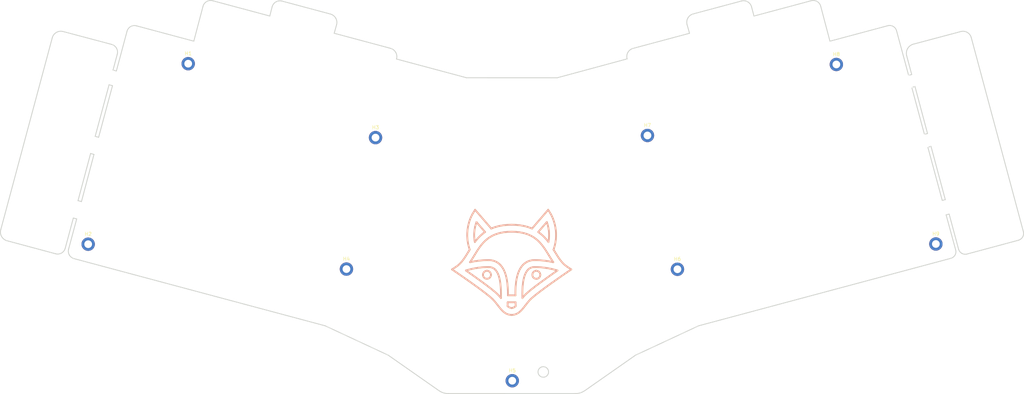
<source format=kicad_pcb>
(kicad_pcb (version 20211014) (generator pcbnew)
  (layers (0 "F.Cu" signal) (31 "B.Cu" signal) (34 "B.Paste" user) (35 "F.Paste" user) (36 "B.SilkS" user "B.Silkscreen") (37 "F.SilkS" user "F.Silkscreen") (38 "B.Mask" user) (39 "F.Mask" user) (44 "Edge.Cuts" user))
  (net 0 "")
  (footprint "MountingHole:MountingHole_2.2mm_M2_DIN965_Pad" (layer "F.Cu") (at 187.464082 75.016068)
    (fp_text reference "H7" (at 0 -2.9) (layer "F.SilkS"))
    (fp_text value "MountingHole")
    (pad "1" thru_hole circle locked (at 0 0) (size 3.8 3.8) (drill 2.2) (layers *.Cu *.Mask))
  )
  (footprint "MountingHole:MountingHole_2.2mm_M2_DIN965_Pad" (layer "F.Cu") (at 241.133529 54.815863)
    (fp_text reference "H8" (at 0 -2.9) (layer "F.SilkS"))
    (fp_text value "MountingHole")
    (pad "1" thru_hole circle locked (at 0 0) (size 3.8 3.8) (drill 2.2) (layers *.Cu *.Mask))
  )
  (footprint "MountingHole:MountingHole_2.2mm_M2_DIN965_Pad" (layer "F.Cu") (at 195.983761 113.076292)
    (fp_text reference "H6" (at 0 -2.9) (layer "F.SilkS"))
    (fp_text value "MountingHole")
    (pad "1" thru_hole circle locked (at 0 0) (size 3.8 3.8) (drill 2.2) (layers *.Cu *.Mask))
  )
  (footprint "MountingHole:MountingHole_2.2mm_M2_DIN965_Pad" (layer "F.Cu") (at 269.403656 105.886049)
    (fp_text reference "H9" (at 0 -2.9) (layer "F.SilkS"))
    (fp_text value "MountingHole")
    (pad "1" thru_hole circle locked (at 0 0) (size 3.8 3.8) (drill 2.2) (layers *.Cu *.Mask))
  )
  (footprint "fingerpunch:Breakaway_Tabs" (layer "F.Cu") (at 30.81 77.95 75)
    (fp_text reference "H10")
    (fp_text value "Breakaway Tabs")
    (pad "" np_thru_hole circle (at -1.78125 0 75) (size 0.3 0.3) (drill 0.3) (layers *.Cu *.Mask))
    (pad "" np_thru_hole circle (at -0.59375 0 75) (size 0.3 0.3) (drill 0.3) (layers *.Cu *.Mask))
    (pad "" np_thru_hole circle (at 0.59375 0 75) (size 0.3 0.3) (drill 0.3) (layers *.Cu *.Mask))
    (pad "" np_thru_hole circle (at 0 0 75) (size 0.3 0.3) (drill 0.3) (layers *.Cu *.Mask))
    (pad "" np_thru_hole circle (at 1.1875 0 75) (size 0.3 0.3) (drill 0.3) (layers *.Cu *.Mask))
    (pad "" np_thru_hole circle (at 1.78125 0 75) (size 0.3 0.3) (drill 0.3) (layers *.Cu *.Mask))
    (pad "" np_thru_hole circle (at -1.1875 0 75) (size 0.3 0.3) (drill 0.3) (layers *.Cu *.Mask))
  )
  (footprint "fingerpunch:Breakaway_Tabs" (layer "F.Cu") (at 25.98 96.21 75)
    (fp_text reference "H10")
    (fp_text value "Breakaway Tabs")
    (pad "" np_thru_hole circle (at -1.78125 0 75) (size 0.3 0.3) (drill 0.3) (layers *.Cu *.Mask))
    (pad "" np_thru_hole circle (at -0.59375 0 75) (size 0.3 0.3) (drill 0.3) (layers *.Cu *.Mask))
    (pad "" np_thru_hole circle (at 0.59375 0 75) (size 0.3 0.3) (drill 0.3) (layers *.Cu *.Mask))
    (pad "" np_thru_hole circle (at 0 0 75) (size 0.3 0.3) (drill 0.3) (layers *.Cu *.Mask))
    (pad "" np_thru_hole circle (at 1.1875 0 75) (size 0.3 0.3) (drill 0.3) (layers *.Cu *.Mask))
    (pad "" np_thru_hole circle (at 1.78125 0 75) (size 0.3 0.3) (drill 0.3) (layers *.Cu *.Mask))
    (pad "" np_thru_hole circle (at -1.1875 0 75) (size 0.3 0.3) (drill 0.3) (layers *.Cu *.Mask))
  )
  (footprint "fingerpunch:Breakaway_Tabs" (layer "F.Cu") (at 266.67 76.48 105)
    (fp_text reference "H10")
    (fp_text value "Breakaway Tabs")
    (pad "" np_thru_hole circle (at -1.78125 0 105) (size 0.3 0.3) (drill 0.3) (layers *.Cu *.Mask))
    (pad "" np_thru_hole circle (at -0.59375 0 105) (size 0.3 0.3) (drill 0.3) (layers *.Cu *.Mask))
    (pad "" np_thru_hole circle (at 0.59375 0 105) (size 0.3 0.3) (drill 0.3) (layers *.Cu *.Mask))
    (pad "" np_thru_hole circle (at 0 0 105) (size 0.3 0.3) (drill 0.3) (layers *.Cu *.Mask))
    (pad "" np_thru_hole circle (at 1.1875 0 105) (size 0.3 0.3) (drill 0.3) (layers *.Cu *.Mask))
    (pad "" np_thru_hole circle (at 1.78125 0 105) (size 0.3 0.3) (drill 0.3) (layers *.Cu *.Mask))
    (pad "" np_thru_hole circle (at -1.1875 0 105) (size 0.3 0.3) (drill 0.3) (layers *.Cu *.Mask))
  )
  (footprint "fingerpunch:Breakaway_Tabs" (layer "F.Cu") (at 35.95 58.74 75)
    (fp_text reference "H10")
    (fp_text value "Breakaway Tabs")
    (pad "" np_thru_hole circle (at -1.78125 0 75) (size 0.3 0.3) (drill 0.3) (layers *.Cu *.Mask))
    (pad "" np_thru_hole circle (at -0.59375 0 75) (size 0.3 0.3) (drill 0.3) (layers *.Cu *.Mask))
    (pad "" np_thru_hole circle (at 0.59375 0 75) (size 0.3 0.3) (drill 0.3) (layers *.Cu *.Mask))
    (pad "" np_thru_hole circle (at 0 0 75) (size 0.3 0.3) (drill 0.3) (layers *.Cu *.Mask))
    (pad "" np_thru_hole circle (at 1.1875 0 75) (size 0.3 0.3) (drill 0.3) (layers *.Cu *.Mask))
    (pad "" np_thru_hole circle (at 1.78125 0 75) (size 0.3 0.3) (drill 0.3) (layers *.Cu *.Mask))
    (pad "" np_thru_hole circle (at -1.1875 0 75) (size 0.3 0.3) (drill 0.3) (layers *.Cu *.Mask))
  )
  (footprint "MountingHole:MountingHole_2.2mm_M2_DIN965_Pad" (layer "F.Cu") (at 28.564098 105.945769)
    (fp_text reference "H2" (at 0 -2.9) (layer "F.SilkS"))
    (fp_text value "MountingHole")
    (pad "1" thru_hole circle locked (at 0 0) (size 3.8 3.8) (drill 2.2) (layers *.Cu *.Mask))
  )
  (footprint "MountingHole:MountingHole_2.2mm_M2_DIN965_Pad" (layer "F.Cu") (at 101.943452 113.025599)
    (fp_text reference "H4" (at 0 -2.9) (layer "F.SilkS"))
    (fp_text value "MountingHole")
    (pad "1" thru_hole circle locked (at 0 0) (size 3.8 3.8) (drill 2.2) (layers *.Cu *.Mask))
  )
  (footprint "fingerpunch:Breakaway_Tabs" (layer "F.Cu") (at 271.8 95.57 105)
    (fp_text reference "H10")
    (fp_text value "Breakaway Tabs")
    (pad "" np_thru_hole circle (at -1.78125 0 105) (size 0.3 0.3) (drill 0.3) (layers *.Cu *.Mask))
    (pad "" np_thru_hole circle (at -0.59375 0 105) (size 0.3 0.3) (drill 0.3) (layers *.Cu *.Mask))
    (pad "" np_thru_hole circle (at 0.59375 0 105) (size 0.3 0.3) (drill 0.3) (layers *.Cu *.Mask))
    (pad "" np_thru_hole circle (at 0 0 105) (size 0.3 0.3) (drill 0.3) (layers *.Cu *.Mask))
    (pad "" np_thru_hole circle (at 1.1875 0 105) (size 0.3 0.3) (drill 0.3) (layers *.Cu *.Mask))
    (pad "" np_thru_hole circle (at 1.78125 0 105) (size 0.3 0.3) (drill 0.3) (layers *.Cu *.Mask))
    (pad "" np_thru_hole circle (at -1.1875 0 105) (size 0.3 0.3) (drill 0.3) (layers *.Cu *.Mask))
  )
  (footprint "MountingHole:MountingHole_2.2mm_M2_DIN965_Pad" (layer "F.Cu") (at 110.203672 75.625791)
    (fp_text reference "H3" (at 0 -2.9) (layer "F.SilkS"))
    (fp_text value "MountingHole")
    (pad "1" thru_hole circle locked (at 0 0) (size 3.8 3.8) (drill 2.2) (layers *.Cu *.Mask))
  )
  (footprint "MountingHole:MountingHole_2.2mm_M2_DIN965_Pad" (layer "F.Cu") (at 56.984226 54.595587)
    (fp_text reference "H1" (at 0 -2.9) (layer "F.SilkS"))
    (fp_text value "MountingHole")
    (pad "1" thru_hole circle locked (at 0 0) (size 3.8 3.8) (drill 2.2) (layers *.Cu *.Mask))
  )
  (footprint "fingerpunch:Breakaway_Tabs" (layer "F.Cu") (at 262.14 59.62 105)
    (fp_text reference "H10")
    (fp_text value "Breakaway Tabs")
    (pad "" np_thru_hole circle (at -1.78125 0 105) (size 0.3 0.3) (drill 0.3) (layers *.Cu *.Mask))
    (pad "" np_thru_hole circle (at -0.59375 0 105) (size 0.3 0.3) (drill 0.3) (layers *.Cu *.Mask))
    (pad "" np_thru_hole circle (at 0.59375 0 105) (size 0.3 0.3) (drill 0.3) (layers *.Cu *.Mask))
    (pad "" np_thru_hole circle (at 0 0 105) (size 0.3 0.3) (drill 0.3) (layers *.Cu *.Mask))
    (pad "" np_thru_hole circle (at 1.1875 0 105) (size 0.3 0.3) (drill 0.3) (layers *.Cu *.Mask))
    (pad "" np_thru_hole circle (at 1.78125 0 105) (size 0.3 0.3) (drill 0.3) (layers *.Cu *.Mask))
    (pad "" np_thru_hole circle (at -1.1875 0 105) (size 0.3 0.3) (drill 0.3) (layers *.Cu *.Mask))
  )
  (footprint "MountingHole:MountingHole_2.2mm_M2_DIN965_Pad" (layer "F.Cu") (at 149.053529 144.786026)
    (fp_text reference "H5" (at 0 -2.9) (layer "F.SilkS"))
    (fp_text value "MountingHole")
    (pad "1" thru_hole circle locked (at 0 0) (size 3.8 3.8) (drill 2.2) (layers *.Cu *.Mask))
  )
  (gr_line (start 145.819354 121.241488) (end 145.819354 121.241488) (layer "B.SilkS") (width 0.5))
  (gr_curve (pts (xy 140.727779 114.654487) (xy 140.727783 115.287168) (xy 141.234459 115.800073) (xy 141.859205 115.800068)) (layer "B.SilkS") (width 0.5))
  (gr_line (start 165.804923 113.120432) (end 164.57137 112.308559) (layer "B.SilkS") (width 0.5))
  (gr_curve (pts (xy 155.417974 110.462628) (xy 154.085931 110.462626) (xy 152.966872 110.923529) (xy 152.091963 111.83257)) (layer "B.SilkS") (width 0.5))
  (gr_curve (pts (xy 155.884569 115.800071) (xy 156.508456 115.800063) (xy 157.0152 115.287166) (xy 157.015201 114.654482)) (layer "B.SilkS") (width 0.5))
  (gr_line (start 133.171608 112.308496) (end 131.938188 113.120434) (layer "B.SilkS") (width 0.5))
  (gr_curve (pts (xy 161.141908 108.083424) (xy 161.02119 107.885189) (xy 160.899942 107.686356) (xy 160.777439 107.487254)) (layer "B.SilkS") (width 0.5))
  (gr_curve (pts (xy 148.871521 100.418377) (xy 146.651795 100.418386) (xy 144.735817 100.773255) (xy 143.080389 101.496164)) (layer "B.SilkS") (width 0.5))
  (gr_curve (pts (xy 153.51615 113.203506) (xy 154.010919 112.689427) (xy 154.63289 112.439588) (xy 155.417848 112.439596)) (layer "B.SilkS") (width 0.5))
  (gr_line (start 149.932699 120.489732) (end 147.81041 120.489741) (layer "B.SilkS") (width 0.5))
  (gr_line (start 141.859202 113.508904) (end 141.859202 113.508904) (layer "B.SilkS") (width 0.5))
  (gr_curve (pts (xy 147.74949 122.695837) (xy 147.752405 122.620697) (xy 147.75531 122.544089) (xy 147.758221 122.466576)) (layer "B.SilkS") (width 0.5))
  (gr_line (start 156.429413 102.473735) (end 158.861401 99.647187) (layer "B.SilkS") (width 0.5))
  (gr_line (start 131.938188 113.120434) (end 133.158843 113.951353) (layer "B.SilkS") (width 0.5))
  (gr_curve (pts (xy 157.056408 102.937486) (xy 156.852608 102.774824) (xy 156.643525 102.620376) (xy 156.429413 102.473735)) (layer "B.SilkS") (width 0.5))
  (gr_curve (pts (xy 142.3252 110.462623) (xy 140.326341 110.462623) (xy 138.516194 110.731705) (xy 137.050668 111.060119)) (layer "B.SilkS") (width 0.5))
  (gr_curve (pts (xy 154.662657 101.49616) (xy 153.007225 100.77319) (xy 151.091305 100.41838) (xy 148.871521 100.418377)) (layer "B.SilkS") (width 0.5))
  (gr_curve (pts (xy 138.489801 100.998814) (xy 138.60437 100.484662) (xy 138.744728 100.029838) (xy 138.882844 99.648575)) (layer "B.SilkS") (width 0.5))
  (gr_curve (pts (xy 145.819354 121.241488) (xy 145.533075 120.894023) (xy 145.219415 120.537368) (xy 144.866122 120.184072)) (layer "B.SilkS") (width 0.5))
  (gr_curve (pts (xy 160.692511 111.060123) (xy 159.226983 110.731714) (xy 157.416837 110.462624) (xy 155.417974 110.462628)) (layer "B.SilkS") (width 0.5))
  (gr_line (start 138.882844 99.648575) (end 141.313635 102.473854) (layer "B.SilkS") (width 0.5))
  (gr_curve (pts (xy 137.78065 97.31634) (xy 137.663442 97.508098) (xy 135.007026 101.955545) (xy 136.965535 107.487189)) (layer "B.SilkS") (width 0.5))
  (gr_curve (pts (xy 157.015201 114.654482) (xy 157.015198 114.021732) (xy 156.508521 113.508908) (xy 155.884575 113.5089)) (layer "B.SilkS") (width 0.5))
  (gr_curve (pts (xy 155.417848 112.439596) (xy 158.065796 112.439593) (xy 160.383212 112.968103) (xy 161.873877 113.416964)) (layer "B.SilkS") (width 0.5))
  (gr_curve (pts (xy 136.601076 108.083357) (xy 135.572111 109.772659) (xy 134.600164 111.368234) (xy 133.171608 112.308496)) (layer "B.SilkS") (width 0.5))
  (gr_curve (pts (xy 155.823516 104.48284) (xy 157.400239 105.740806) (xy 158.444148 107.454583) (xy 159.453666 109.111864)) (layer "B.SilkS") (width 0.5))
  (gr_curve (pts (xy 140.686701 102.937549) (xy 139.786459 103.655759) (xy 139.055481 104.466364) (xy 138.415258 105.31707)) (layer "B.SilkS") (width 0.5))
  (gr_line (start 155.884575 113.5089) (end 155.884575 113.5089) (layer "B.SilkS") (width 0.5))
  (gr_curve (pts (xy 152.091963 111.83257) (xy 150.182736 113.816084) (xy 149.905907 117.492676) (xy 149.932699 120.489732)) (layer "B.SilkS") (width 0.5))
  (gr_curve (pts (xy 145.651214 111.832572) (xy 144.7763 110.923536) (xy 143.657309 110.462628) (xy 142.3252 110.462623)) (layer "B.SilkS") (width 0.5))
  (gr_curve (pts (xy 158.861401 99.647187) (xy 159.311848 100.891923) (xy 159.784858 102.930005) (xy 159.32514 105.313497)) (layer "B.SilkS") (width 0.5))
  (gr_curve (pts (xy 154.274775 121.582072) (xy 156.173891 119.682953) (xy 164.500263 114.008446) (xy 164.584201 113.951356)) (layer "B.SilkS") (width 0.5))
  (gr_curve (pts (xy 152.733117 123.409146) (xy 153.195674 122.806296) (xy 153.673907 122.182939) (xy 154.274775 121.582072)) (layer "B.SilkS") (width 0.5))
  (gr_curve (pts (xy 148.871523 124.081652) (xy 148.442899 124.081658) (xy 148.092722 123.903857) (xy 147.719858 123.556593)) (layer "B.SilkS") (width 0.5))
  (gr_line (start 159.962329 97.316406) (end 159.254502 96.159178) (layer "B.SilkS") (width 0.5))
  (gr_curve (pts (xy 145.009929 123.409155) (xy 146.0553 124.771626) (xy 147.042721 126.058618) (xy 148.871521 126.058623)) (layer "B.SilkS") (width 0.5))
  (gr_curve (pts (xy 137.050668 111.060119) (xy 137.488352 110.425981) (xy 137.89164 109.765115) (xy 138.289508 109.11186)) (layer "B.SilkS") (width 0.5))
  (gr_curve (pts (xy 147.719858 123.556593) (xy 147.726201 123.30623) (xy 147.737256 123.015514) (xy 147.74949 122.695837)) (layer "B.SilkS") (width 0.5))
  (gr_curve (pts (xy 159.453666 109.111864) (xy 159.851528 109.765058) (xy 160.254824 110.425981) (xy 160.692511 111.060123)) (layer "B.SilkS") (width 0.5))
  (gr_line (start 138.488476 96.159116) (end 137.78065 97.31634) (layer "B.SilkS") (width 0.5))
  (gr_curve (pts (xy 148.87159 102.395214) (xy 151.788753 102.395203) (xy 154.062713 103.078041) (xy 155.823516 104.48284)) (layer "B.SilkS") (width 0.5))
  (gr_curve (pts (xy 154.753145 114.654482) (xy 154.753146 115.287168) (xy 155.25982 115.800063) (xy 155.884569 115.800071)) (layer "B.SilkS") (width 0.5))
  (gr_curve (pts (xy 161.873877 113.416964) (xy 159.297498 115.204757) (xy 154.383324 118.677672) (xy 152.87692 120.184149)) (layer "B.SilkS") (width 0.5))
  (gr_line (start 147.758221 122.466576) (end 149.984893 122.466572) (layer "B.SilkS") (width 0.5))
  (gr_curve (pts (xy 141.313635 102.473854) (xy 141.099523 102.620511) (xy 140.890502 102.774962) (xy 140.686701 102.937549)) (layer "B.SilkS") (width 0.5))
  (gr_curve (pts (xy 142.989831 114.654488) (xy 142.989766 114.021733) (xy 142.483092 113.508902) (xy 141.859202 113.508904)) (layer "B.SilkS") (width 0.5))
  (gr_curve (pts (xy 138.289508 109.11186) (xy 139.299032 107.45451) (xy 140.342947 105.740805) (xy 141.919666 104.482846)) (layer "B.SilkS") (width 0.5))
  (gr_curve (pts (xy 151.923622 121.241556) (xy 151.859659 118.538835) (xy 151.968798 114.811123) (xy 153.51615 113.203506)) (layer "B.SilkS") (width 0.5))
  (gr_curve (pts (xy 135.866859 113.415378) (xy 137.353287 112.966908) (xy 139.666407 112.439526) (xy 142.325137 112.43953)) (layer "B.SilkS") (width 0.5))
  (gr_curve (pts (xy 136.965535 107.487189) (xy 136.843037 107.686291) (xy 136.721788 107.885184) (xy 136.601076 108.083357)) (layer "B.SilkS") (width 0.5))
  (gr_line (start 143.080389 101.496164) (end 138.488476 96.159116) (layer "B.SilkS") (width 0.5))
  (gr_line (start 152.87692 120.184149) (end 152.87692 120.184149) (layer "B.SilkS") (width 0.5))
  (gr_curve (pts (xy 149.984893 122.466572) (xy 149.987798 122.544099) (xy 149.99078 122.620693) (xy 149.993622 122.695831)) (layer "B.SilkS") (width 0.5))
  (gr_curve (pts (xy 149.993622 122.695831) (xy 150.005788 123.015523) (xy 150.016903 123.306231) (xy 150.023254 123.556589)) (layer "B.SilkS") (width 0.5))
  (gr_curve (pts (xy 150.023254 123.556589) (xy 149.650325 123.903785) (xy 149.300149 124.081658) (xy 148.871523 124.081652)) (layer "B.SilkS") (width 0.5))
  (gr_line (start 138.489801 100.998814) (end 138.489801 100.998814) (layer "B.SilkS") (width 0.5))
  (gr_curve (pts (xy 141.859205 115.800068) (xy 142.483094 115.800067) (xy 142.989831 115.28717) (xy 142.989831 114.654488)) (layer "B.SilkS") (width 0.5))
  (gr_curve (pts (xy 160.777439 107.487254) (xy 162.735952 101.955477) (xy 160.079673 97.508167) (xy 159.962329 97.316406)) (layer "B.SilkS") (width 0.5))
  (gr_curve (pts (xy 141.859202 113.508904) (xy 141.234591 113.508904) (xy 140.727786 114.021734) (xy 140.727779 114.654487)) (layer "B.SilkS") (width 0.5))
  (gr_curve (pts (xy 138.415258 105.31707) (xy 138.140025 103.904728) (xy 138.164298 102.459044) (xy 138.489801 100.998814)) (layer "B.SilkS") (width 0.5))
  (gr_curve (pts (xy 133.158843 113.951353) (xy 133.242715 114.008504) (xy 141.569092 119.682959) (xy 143.468269 121.582077)) (layer "B.SilkS") (width 0.5))
  (gr_curve (pts (xy 164.57137 112.308559) (xy 163.142753 111.368297) (xy 162.170937 109.772656) (xy 161.141908 108.083424)) (layer "B.SilkS") (width 0.5))
  (gr_line (start 149.932699 120.489732) (end 149.932699 120.489732) (layer "B.SilkS") (width 0.5))
  (gr_line (start 164.584201 113.951356) (end 165.804923 113.120432) (layer "B.SilkS") (width 0.5))
  (gr_curve (pts (xy 155.884575 113.5089) (xy 155.259951 113.508906) (xy 154.753148 114.021739) (xy 154.753145 114.654482)) (layer "B.SilkS") (width 0.5))
  (gr_curve (pts (xy 141.919666 104.482846) (xy 143.680465 103.078107) (xy 145.954428 102.395215) (xy 148.87159 102.395214)) (layer "B.SilkS") (width 0.5))
  (gr_curve (pts (xy 143.468269 121.582077) (xy 144.069078 122.18294) (xy 144.547307 122.806302) (xy 145.009929 123.409155)) (layer "B.SilkS") (width 0.5))
  (gr_line (start 158.861401 99.647187) (end 158.861401 99.647187) (layer "B.SilkS") (width 0.5))
  (gr_curve (pts (xy 144.226834 113.203442) (xy 145.774176 114.811121) (xy 145.883314 118.538763) (xy 145.819354 121.241488)) (layer "B.SilkS") (width 0.5))
  (gr_curve (pts (xy 144.866122 120.184072) (xy 143.359262 118.677208) (xy 138.442639 115.202703) (xy 135.866859 113.415378)) (layer "B.SilkS") (width 0.5))
  (gr_curve (pts (xy 142.325137 112.43953) (xy 143.110021 112.43953) (xy 143.732064 112.689428) (xy 144.226834 113.203442)) (layer "B.SilkS") (width 0.5))
  (gr_line (start 164.57137 112.308559) (end 164.57137 112.308559) (layer "B.SilkS") (width 0.5))
  (gr_curve (pts (xy 159.32514 105.313497) (xy 158.685578 104.464065) (xy 157.955396 103.654767) (xy 157.056408 102.937486)) (layer "B.SilkS") (width 0.5))
  (gr_curve (pts (xy 147.81041 120.489741) (xy 147.837201 117.492735) (xy 147.560315 113.816157) (xy 145.651214 111.832572)) (layer "B.SilkS") (width 0.5))
  (gr_curve (pts (xy 148.871521 126.058623) (xy 150.700325 126.058623) (xy 151.687748 124.771629) (xy 152.733117 123.409146)) (layer "B.SilkS") (width 0.5))
  (gr_line (start 148.871523 124.081652) (end 148.871523 124.081652) (layer "B.SilkS") (width 0.5))
  (gr_curve (pts (xy 152.87692 120.184149) (xy 152.523632 120.537427) (xy 152.210036 120.894084) (xy 151.923622 121.241556)) (layer "B.SilkS") (width 0.5))
  (gr_line (start 159.254502 96.159178) (end 154.662657 101.49616) (layer "B.SilkS") (width 0.5))
  (gr_curve (pts (xy 164.589779 112.323345) (xy 163.161157 111.383074) (xy 162.189346 109.787444) (xy 161.160323 108.098208)) (layer "F.SilkS") (width 0.5))
  (gr_line (start 152.895326 120.198932) (end 152.895326 120.198932) (layer "F.SilkS") (width 0.5))
  (gr_curve (pts (xy 138.508212 101.013595) (xy 138.622775 100.499453) (xy 138.763139 100.044626) (xy 138.901256 99.66336)) (layer "F.SilkS") (width 0.5))
  (gr_curve (pts (xy 154.771556 114.669271) (xy 154.771555 115.301959) (xy 155.27823 115.814852) (xy 155.902978 115.814851)) (layer "F.SilkS") (width 0.5))
  (gr_curve (pts (xy 145.837768 121.25627) (xy 145.551483 120.908809) (xy 145.237826 120.55215) (xy 144.884533 120.198866)) (layer "F.SilkS") (width 0.5))
  (gr_curve (pts (xy 133.177256 113.966144) (xy 133.261129 114.023289) (xy 141.587497 119.697746) (xy 143.486681 121.596856)) (layer "F.SilkS") (width 0.5))
  (gr_line (start 133.190023 112.323282) (end 131.956596 113.135214) (layer "F.SilkS") (width 0.5))
  (gr_curve (pts (xy 152.895326 120.198932) (xy 152.542044 120.552214) (xy 152.228443 120.908866) (xy 151.942035 121.256336)) (layer "F.SilkS") (width 0.5))
  (gr_curve (pts (xy 152.751523 123.423939) (xy 153.21409 122.821086) (xy 153.692324 122.197721) (xy 154.293186 121.596859)) (layer "F.SilkS") (width 0.5))
  (gr_curve (pts (xy 147.767897 122.710622) (xy 147.77081 122.635478) (xy 147.773718 122.558892) (xy 147.776633 122.481356)) (layer "F.SilkS") (width 0.5))
  (gr_curve (pts (xy 150.012032 122.710617) (xy 150.024201 123.030293) (xy 150.035313 123.321013) (xy 150.041667 123.571378)) (layer "F.SilkS") (width 0.5))
  (gr_curve (pts (xy 143.008247 114.66927) (xy 143.008181 114.036523) (xy 142.501504 113.523687) (xy 141.877616 113.523689)) (layer "F.SilkS") (width 0.5))
  (gr_curve (pts (xy 148.889933 124.096441) (xy 148.46131 124.096438) (xy 148.111133 123.918649) (xy 147.738269 123.571375)) (layer "F.SilkS") (width 0.5))
  (gr_curve (pts (xy 160.79585 107.502038) (xy 162.75436 101.970265) (xy 160.098087 97.522953) (xy 159.980736 97.331186)) (layer "F.SilkS") (width 0.5))
  (gr_curve (pts (xy 155.902979 113.523686) (xy 155.278368 113.523693) (xy 154.771553 114.036516) (xy 154.771556 114.669271)) (layer "F.SilkS") (width 0.5))
  (gr_curve (pts (xy 147.738269 123.571375) (xy 147.744617 123.321013) (xy 147.755663 123.030306) (xy 147.767897 122.710622)) (layer "F.SilkS") (width 0.5))
  (gr_line (start 165.823332 113.135221) (end 164.589779 112.323345) (layer "F.SilkS") (width 0.5))
  (gr_curve (pts (xy 140.705114 102.952329) (xy 139.804867 103.670537) (xy 139.073888 104.481154) (xy 138.433669 105.331858)) (layer "F.SilkS") (width 0.5))
  (gr_curve (pts (xy 145.028338 123.423937) (xy 146.073715 124.786407) (xy 147.061136 126.073415) (xy 148.889935 126.07341)) (layer "F.SilkS") (width 0.5))
  (gr_line (start 141.877616 113.523689) (end 141.877616 113.523689) (layer "F.SilkS") (width 0.5))
  (gr_curve (pts (xy 143.486681 121.596856) (xy 144.087482 122.197727) (xy 144.565714 122.821087) (xy 145.028338 123.423937)) (layer "F.SilkS") (width 0.5))
  (gr_curve (pts (xy 158.879806 99.661977) (xy 159.33026 100.906699) (xy 159.80327 102.944795) (xy 159.343555 105.328291)) (layer "F.SilkS") (width 0.5))
  (gr_curve (pts (xy 137.069077 111.074901) (xy 137.506762 110.440762) (xy 137.910056 109.779907) (xy 138.307924 109.126647)) (layer "F.SilkS") (width 0.5))
  (gr_line (start 156.447822 102.488518) (end 158.879806 99.661977) (layer "F.SilkS") (width 0.5))
  (gr_curve (pts (xy 148.889935 126.07341) (xy 150.718731 126.073402) (xy 151.70616 124.786406) (xy 152.751523 123.423939)) (layer "F.SilkS") (width 0.5))
  (gr_line (start 155.902979 113.523686) (end 155.902979 113.523686) (layer "F.SilkS") (width 0.5))
  (gr_curve (pts (xy 159.472077 109.126651) (xy 159.869939 109.779837) (xy 160.273231 110.440764) (xy 160.71092 111.074902)) (layer "F.SilkS") (width 0.5))
  (gr_curve (pts (xy 141.332043 102.488647) (xy 141.117933 102.635296) (xy 140.908914 102.789739) (xy 140.705114 102.952329)) (layer "F.SilkS") (width 0.5))
  (gr_curve (pts (xy 140.746188 114.66927) (xy 140.74619 115.30195) (xy 141.252867 115.81485) (xy 141.877612 115.814856)) (layer "F.SilkS") (width 0.5))
  (gr_curve (pts (xy 148.88993 100.433162) (xy 146.670215 100.433164) (xy 144.754229 100.788042) (xy 143.098797 101.510943)) (layer "F.SilkS") (width 0.5))
  (gr_line (start 138.901256 99.66336) (end 141.332043 102.488647) (layer "F.SilkS") (width 0.5))
  (gr_curve (pts (xy 142.343545 112.454316) (xy 143.128433 112.454311) (xy 143.75047 112.704204) (xy 144.245236 113.218229)) (layer "F.SilkS") (width 0.5))
  (gr_line (start 143.098797 101.510943) (end 138.50689 96.173907) (layer "F.SilkS") (width 0.5))
  (gr_line (start 159.27291 96.173973) (end 154.681065 101.510944) (layer "F.SilkS") (width 0.5))
  (gr_curve (pts (xy 144.245236 113.218229) (xy 145.792589 114.825907) (xy 145.901734 118.553555) (xy 145.837768 121.25627)) (layer "F.SilkS") (width 0.5))
  (gr_line (start 149.951109 120.504525) (end 149.951109 120.504525) (layer "F.SilkS") (width 0.5))
  (gr_curve (pts (xy 160.71092 111.074902) (xy 159.245393 110.746495) (xy 157.435248 110.477406) (xy 155.436388 110.477411)) (layer "F.SilkS") (width 0.5))
  (gr_curve (pts (xy 159.343555 105.328291) (xy 158.703993 104.478841) (xy 157.973808 103.669553) (xy 157.074819 102.952263)) (layer "F.SilkS") (width 0.5))
  (gr_curve (pts (xy 141.877612 115.814856) (xy 142.501501 115.814853) (xy 143.008244 115.301954) (xy 143.008247 114.66927)) (layer "F.SilkS") (width 0.5))
  (gr_curve (pts (xy 137.799061 97.331127) (xy 137.681852 97.522884) (xy 135.025437 101.970333) (xy 136.983947 107.501979)) (layer "F.SilkS") (width 0.5))
  (gr_line (start 158.879806 99.661977) (end 158.879806 99.661977) (layer "F.SilkS") (width 0.5))
  (gr_curve (pts (xy 145.669624 111.847355) (xy 144.794711 110.938311) (xy 143.67572 110.477405) (xy 142.343616 110.477418)) (layer "F.SilkS") (width 0.5))
  (gr_curve (pts (xy 150.003294 122.481356) (xy 150.006204 122.558881) (xy 150.00919 122.635481) (xy 150.012032 122.710617)) (layer "F.SilkS") (width 0.5))
  (gr_curve (pts (xy 155.841928 104.497633) (xy 157.418643 105.755592) (xy 158.462557 107.469365) (xy 159.472077 109.126651)) (layer "F.SilkS") (width 0.5))
  (gr_line (start 159.980736 97.331186) (end 159.27291 96.173973) (layer "F.SilkS") (width 0.5))
  (gr_curve (pts (xy 138.433669 105.331858) (xy 138.158439 103.919516) (xy 138.182707 102.473832) (xy 138.508212 101.013595)) (layer "F.SilkS") (width 0.5))
  (gr_curve (pts (xy 142.343616 110.477418) (xy 140.344752 110.477413) (xy 138.534603 110.746496) (xy 137.069077 111.074901)) (layer "F.SilkS") (width 0.5))
  (gr_curve (pts (xy 157.074819 102.952263) (xy 156.871023 102.789612) (xy 156.661937 102.635157) (xy 156.447822 102.488518)) (layer "F.SilkS") (width 0.5))
  (gr_line (start 138.50689 96.173907) (end 137.799061 97.331127) (layer "F.SilkS") (width 0.5))
  (gr_line (start 138.508212 101.013595) (end 138.508212 101.013595) (layer "F.SilkS") (width 0.5))
  (gr_line (start 149.951109 120.504525) (end 147.828824 120.504527) (layer "F.SilkS") (width 0.5))
  (gr_line (start 145.837768 121.25627) (end 145.837768 121.25627) (layer "F.SilkS") (width 0.5))
  (gr_curve (pts (xy 144.884533 120.198866) (xy 143.37767 118.691999) (xy 138.46105 115.217491) (xy 135.885263 113.430166)) (layer "F.SilkS") (width 0.5))
  (gr_curve (pts (xy 138.307924 109.126647) (xy 139.317439 107.469292) (xy 140.361351 105.755591) (xy 141.938071 104.497628)) (layer "F.SilkS") (width 0.5))
  (gr_curve (pts (xy 150.041667 123.571378) (xy 149.668731 123.918576) (xy 149.31855 124.096437) (xy 148.889933 124.096441)) (layer "F.SilkS") (width 0.5))
  (gr_line (start 147.776633 122.481356) (end 150.003294 122.481356) (layer "F.SilkS") (width 0.5))
  (gr_curve (pts (xy 136.619487 108.098145) (xy 135.590519 109.787443) (xy 134.618571 111.383015) (xy 133.190023 112.323282)) (layer "F.SilkS") (width 0.5))
  (gr_curve (pts (xy 141.877616 113.523689) (xy 141.252998 113.523699) (xy 140.746189 114.036524) (xy 140.746188 114.66927)) (layer "F.SilkS") (width 0.5))
  (gr_line (start 164.589779 112.323345) (end 164.589779 112.323345) (layer "F.SilkS") (width 0.5))
  (gr_curve (pts (xy 161.160323 108.098208) (xy 161.039597 107.899978) (xy 160.918351 107.701132) (xy 160.79585 107.502038)) (layer "F.SilkS") (width 0.5))
  (gr_curve (pts (xy 136.983947 107.501979) (xy 136.861443 107.701073) (xy 136.740203 107.899975) (xy 136.619487 108.098145)) (layer "F.SilkS") (width 0.5))
  (gr_curve (pts (xy 154.681065 101.510944) (xy 153.025631 100.787972) (xy 151.10972 100.433172) (xy 148.88993 100.433162)) (layer "F.SilkS") (width 0.5))
  (gr_curve (pts (xy 155.902978 115.814851) (xy 156.526865 115.814855) (xy 157.033613 115.301957) (xy 157.033609 114.669262)) (layer "F.SilkS") (width 0.5))
  (gr_curve (pts (xy 161.892288 113.431749) (xy 159.315904 115.219536) (xy 154.401736 118.692457) (xy 152.895326 120.198932)) (layer "F.SilkS") (width 0.5))
  (gr_curve (pts (xy 135.885263 113.430166) (xy 137.371693 112.981691) (xy 139.684815 112.45431) (xy 142.343545 112.454316)) (layer "F.SilkS") (width 0.5))
  (gr_curve (pts (xy 153.534559 113.218304) (xy 154.029331 112.704208) (xy 154.651302 112.454387) (xy 155.436256 112.454377)) (layer "F.SilkS") (width 0.5))
  (gr_curve (pts (xy 148.89 102.41) (xy 151.807163 102.410003) (xy 154.081126 103.092822) (xy 155.841928 104.497633)) (layer "F.SilkS") (width 0.5))
  (gr_curve (pts (xy 154.293186 121.596859) (xy 156.192303 119.697741) (xy 164.518671 114.023224) (xy 164.602609 113.966146)) (layer "F.SilkS") (width 0.5))
  (gr_line (start 148.889933 124.096441) (end 148.889933 124.096441) (layer "F.SilkS") (width 0.5))
  (gr_curve (pts (xy 152.110373 111.84736) (xy 150.201142 113.830871) (xy 149.924323 117.507457) (xy 149.951109 120.504525)) (layer "F.SilkS") (width 0.5))
  (gr_curve (pts (xy 141.938071 104.497628) (xy 143.698874 103.092896) (xy 145.972836 102.409994) (xy 148.89 102.41)) (layer "F.SilkS") (width 0.5))
  (gr_curve (pts (xy 155.436256 112.454377) (xy 158.084202 112.454382) (xy 160.401619 112.982885) (xy 161.892288 113.431749)) (layer "F.SilkS") (width 0.5))
  (gr_curve (pts (xy 157.033609 114.669262) (xy 157.033606 114.036517) (xy 156.526936 113.523696) (xy 155.902979 113.523686)) (layer "F.SilkS") (width 0.5))
  (gr_curve (pts (xy 151.942035 121.256336) (xy 151.87807 118.553618) (xy 151.987213 114.8259) (xy 153.534559 113.218304)) (layer "F.SilkS") (width 0.5))
  (gr_curve (pts (xy 155.436388 110.477411) (xy 154.10434 110.47741) (xy 152.985286 110.938319) (xy 152.110373 111.84736)) (layer "F.SilkS") (width 0.5))
  (gr_line (start 164.602609 113.966146) (end 165.823332 113.135221) (layer "F.SilkS") (width 0.5))
  (gr_line (start 131.956596 113.135214) (end 133.177256 113.966144) (layer "F.SilkS") (width 0.5))
  (gr_curve (pts (xy 147.828824 120.504527) (xy 147.855609 117.507523) (xy 147.578726 113.830936) (xy 145.669624 111.847355)) (layer "F.SilkS") (width 0.5))
  (gr_line (start 273.176206 97.376979) (end 272.313628 97.6081) (layer "Edge.Cuts") (width 0.25))
  (gr_line (start 267.032252 74.463522) (end 266.150826 74.699707) (layer "Edge.Cuts") (width 0.25))
  (gr_curve (pts (xy 169.688438 147.592631) (xy 168.893833 148.149013) (xy 167.947272 148.447415) (xy 166.977244 148.447347)) (layer "Edge.Cuts") (width 0.25))
  (gr_line (start 3.725177 101.838534) (end 18.362635 47.226043) (layer "Edge.Cuts") (width 0.25))
  (gr_curve (pts (xy 81.889266 37.025223) (xy 82.415321 36.717872) (xy 83.042461 36.633645) (xy 83.630979 36.791313)) (layer "Edge.Cuts") (width 0.25))
  (gr_line (start 236.680855 38.235287) (end 239.308205 48.196194) (layer "Edge.Cuts") (width 0.25))
  (gr_curve (pts (xy 198.949357 41.598193) (xy 199.274083 41.0274) (xy 199.813899 40.610461) (xy 200.448197 40.440504)) (layer "Edge.Cuts") (width 0.25))
  (gr_curve (pts (xy 5.533779 104.973578) (xy 4.168881 104.606968) (xy 3.359291 103.203637) (xy 3.725177 101.838534)) (layer "Edge.Cuts") (width 0.25))
  (gr_line (start 136.038246 58.595454) (end 161.837021 58.600533) (layer "Edge.Cuts") (width 0.25))
  (gr_curve (pts (xy 255.75239 43.790042) (xy 256.832876 43.50052) (xy 257.943697 44.140785) (xy 258.234774 45.220855)) (layer "Edge.Cuts") (width 0.25))
  (gr_line (start 58.57196 48.193652) (end 61.18388 38.291268) (layer "Edge.Cuts") (width 0.25))
  (gr_line (start 36.575551 56.672178) (end 39.611296 45.346597) (layer "Edge.Cuts") (width 0.25))
  (gr_curve (pts (xy 24.54689 110.053297) (xy 23.985584 109.902963) (xy 23.50701 109.535768) (xy 23.216483 109.032522)) (layer "Edge.Cuts") (width 0.25))
  (gr_curve (pts (xy 62.230094 36.919487) (xy 62.747339 36.61951) (xy 63.362757 36.537871) (xy 63.940321 36.692633)) (layer "Edge.Cuts") (width 0.25))
  (gr_line (start 266.150817 74.699723) (end 262.561225 61.341976) (layer "Edge.Cuts") (width 0.25))
  (gr_line (start 31.531838 75.537791) (end 30.552133 75.275285) (layer "Edge.Cuts") (width 0.25))
  (gr_curve (pts (xy 114.44857 50.225982) (xy 115.084923 50.396469) (xy 115.625887 50.815882) (xy 115.949533 51.389683)) (layer "Edge.Cuts") (width 0.25))
  (gr_line (start 200.448197 40.440504) (end 214.163383 36.765579) (layer "Edge.Cuts") (width 0.25))
  (gr_line (start 25.677622 93.556754) (end 29.25385 80.146765) (layer "Edge.Cuts") (width 0.25))
  (gr_line (start 63.940321 36.692633) (end 80.159418 41.038472) (layer "Edge.Cuts") (width 0.25))
  (gr_curve (pts (xy 36.600669 50.169894) (xy 36.904183 50.694214) (xy 36.986669 51.317729) (xy 36.829919 51.902948)) (layer "Edge.Cuts") (width 0.25))
  (gr_line (start 271.22008 93.504986) (end 267.127759 78.352116) (layer "Edge.Cuts") (width 0.25))
  (gr_line (start 201.990525 129.16377) (end 184.07336 137.520382) (layer "Edge.Cuts") (width 0.25))
  (gr_line (start 161.837021 58.600533) (end 181.682032 53.230977) (layer "Edge.Cuts") (width 0.25))
  (gr_line (start 35.620514 56.418176) (end 36.575551 56.672178) (layer "Edge.Cuts") (width 0.25))
  (gr_line (start 80.159418 41.038472) (end 80.830268 38.427647) (layer "Edge.Cuts") (width 0.25))
  (gr_line (start 35.473743 60.855924) (end 34.500511 60.595151) (layer "Edge.Cuts") (width 0.25))
  (gr_line (start 217.04218 38.440297) (end 217.720741 41.041014) (layer "Edge.Cuts") (width 0.25))
  (gr_line (start 181.680682 53.233009) (end 181.680676 53.233014) (layer "Edge.Cuts") (width 0.25))
  (gr_curve (pts (xy 214.163383 36.765579) (xy 214.767301 36.603756) (xy 215.410827 36.689561) (xy 215.95124 37.003956)) (layer "Edge.Cuts") (width 0.25))
  (gr_line (start 263.02222 49.038638) (end 276.490568 45.45141) (layer "Edge.Cuts") (width 0.25))
  (gr_curve (pts (xy 261.383283 50.292934) (xy 261.741522 49.673928) (xy 262.331116 49.222706) (xy 263.02222 49.038638)) (layer "Edge.Cuts") (width 0.25))
  (gr_line (start 279.457827 47.16713) (end 294.263056 102.377298) (layer "Edge.Cuts") (width 0.25))
  (gr_curve (pts (xy 22.037846 107.115271) (xy 21.885974 107.68204) (xy 21.515089 108.165226) (xy 21.006847 108.458448)) (layer "Edge.Cuts") (width 0.25))
  (gr_curve (pts (xy 181.905516 51.382026) (xy 182.225047 50.819937) (xy 182.756476 50.409329) (xy 183.381009 50.241987)) (layer "Edge.Cuts") (width 0.25))
  (gr_line (start 263.47562 61.096957) (end 262.561221 61.341972) (layer "Edge.Cuts") (width 0.25))
  (gr_line (start 26.658868 93.819681) (end 25.677622 93.556754) (layer "Edge.Cuts") (width 0.25))
  (gr_line (start 166.977244 148.447347) (end 130.900378 148.444914) (layer "Edge.Cuts") (width 0.25))
  (gr_line (start 258.234774 45.220855) (end 261.657648 57.921854) (layer "Edge.Cuts") (width 0.25))
  (gr_line (start 25.305408 98.760241) (end 24.346035 98.503183) (layer "Edge.Cuts") (width 0.25))
  (gr_curve (pts (xy 276.765091 108.551479) (xy 276.314876 108.291815) (xy 275.986332 107.863855) (xy 275.851812 107.361837)) (layer "Edge.Cuts") (width 0.25))
  (gr_line (start 262.541574 57.685642) (end 261.112241 52.338874) (layer "Edge.Cuts") (width 0.25))
  (gr_curve (pts (xy 276.490568 45.45141) (xy 277.783574 45.107019) (xy 279.11124 45.8747) (xy 279.457827 47.16713)) (layer "Edge.Cuts") (width 0.25))
  (gr_line (start 24.345452 98.503433) (end 22.037846 107.115271) (layer "Edge.Cuts") (width 0.25))
  (gr_line (start 83.630979 36.791313) (end 97.385299 40.476223) (layer "Edge.Cuts") (width 0.25))
  (gr_curve (pts (xy 130.900378 148.444914) (xy 129.930346 148.444853) (xy 128.983819 148.14634) (xy 128.18925 147.589896)) (layer "Edge.Cuts") (width 0.25))
  (gr_curve (pts (xy 23.216483 109.032522) (xy 22.92595 108.529268) (xy 22.847268 107.931217) (xy 22.997754 107.369949)) (layer "Edge.Cuts") (width 0.25))
  (gr_line (start 128.18925 147.589896) (end 113.806792 137.517739) (layer "Edge.Cuts") (width 0.25))
  (gr_curve (pts (xy 198.720053 43.478132) (xy 198.542046 42.84603) (xy 198.624635 42.168966) (xy 198.949357 41.598193)) (layer "Edge.Cuts") (width 0.25))
  (gr_line (start 99.133073 43.539116) (end 98.462661 45.943215) (layer "Edge.Cuts") (width 0.25))
  (gr_line (start 183.381009 50.241987) (end 199.414966 45.945753) (layer "Edge.Cuts") (width 0.25))
  (gr_curve (pts (xy 181.680676 53.233014) (xy 181.504997 52.610782) (xy 181.585981 51.944107) (xy 181.905516 51.382026)) (layer "Edge.Cuts") (width 0.25))
  (gr_curve (pts (xy 275.033472 107.586701) (xy 275.315335 108.620449) (xy 274.70673 109.682683) (xy 273.674141 109.95933)) (layer "Edge.Cuts") (width 0.25))
  (gr_line (start 36.829919 51.902948) (end 35.620514 56.418176) (layer "Edge.Cuts") (width 0.25))
  (gr_line (start 272.312953 97.609357) (end 275.033472 107.586701) (layer "Edge.Cuts") (width 0.25))
  (gr_curve (pts (xy 97.385299 40.476223) (xy 98.025114 40.647639) (xy 98.569817 41.06778) (xy 98.898105 41.643074)) (layer "Edge.Cuts") (width 0.25))
  (gr_line (start 275.851812 107.361837) (end 273.176552 97.378215) (layer "Edge.Cuts") (width 0.25))
  (gr_line (start 95.887097 129.161139) (end 24.54689 110.053297) (layer "Edge.Cuts") (width 0.25))
  (gr_line (start 268.024381 78.111867) (end 267.127759 78.352116) (layer "Edge.Cuts") (width 0.25))
  (gr_curve (pts (xy 35.211977 49.107997) (xy 35.797515 49.263513) (xy 36.297144 49.645557) (xy 36.600669 50.169894)) (layer "Edge.Cuts") (width 0.25))
  (gr_curve (pts (xy 294.263056 102.377298) (xy 294.548194 103.440625) (xy 293.917785 104.533896) (xy 292.854645 104.819764)) (layer "Edge.Cuts") (width 0.25))
  (gr_line (start 184.07336 137.520382) (end 169.688438 147.592631) (layer "Edge.Cuts") (width 0.25))
  (gr_curve (pts (xy 278.252166 108.746252) (xy 277.750262 108.881199) (xy 277.215298 108.811145) (xy 276.765091 108.551479)) (layer "Edge.Cuts") (width 0.25))
  (gr_line (start 116.170353 53.274152) (end 136.038246 58.595454) (layer "Edge.Cuts") (width 0.25))
  (gr_curve (pts (xy 233.998289 36.679515) (xy 234.560379 36.528907) (xy 235.159295 36.608354) (xy 235.662679 36.900292)) (layer "Edge.Cuts") (width 0.25))
  (gr_line (start 19.327995 108.678689) (end 5.533779 104.973578) (layer "Edge.Cuts") (width 0.25))
  (gr_line (start 98.462661 45.943215) (end 114.44857 50.225982) (layer "Edge.Cuts") (width 0.25))
  (gr_line (start 199.414966 45.945753) (end 198.720053 43.478132) (layer "Edge.Cuts") (width 0.25))
  (gr_line (start 26.658868 93.819681) (end 30.213965 80.404031) (layer "Edge.Cuts") (width 0.25))
  (gr_curve (pts (xy 80.830268 38.427647) (xy 80.981895 37.837544) (xy 81.363197 37.332581) (xy 81.889266 37.025223)) (layer "Edge.Cuts") (width 0.25))
  (gr_line (start 272.081978 93.274037) (end 271.220081 93.504988) (layer "Edge.Cuts") (width 0.25))
  (gr_line (start 30.213966 80.404025) (end 29.25385 80.146765) (layer "Edge.Cuts") (width 0.25))
  (gr_line (start 261.657438 57.921558) (end 262.541736 57.684619) (layer "Edge.Cuts") (width 0.25))
  (gr_line (start 22.997754 107.369949) (end 25.305578 98.762512) (layer "Edge.Cuts") (width 0.25))
  (gr_line (start 30.552137 75.275286) (end 34.500513 60.595154) (layer "Edge.Cuts") (width 0.25))
  (gr_line (start 292.854645 104.819764) (end 278.252166 108.746252) (layer "Edge.Cuts") (width 0.25))
  (gr_line (start 217.720741 41.041014) (end 233.998289 36.679515) (layer "Edge.Cuts") (width 0.25))
  (gr_curve (pts (xy 61.18388 38.291268) (xy 61.336375 37.713105) (xy 61.712855 37.219477) (xy 62.230094 36.919487)) (layer "Edge.Cuts") (width 0.25))
  (gr_line (start 267.032252 74.463522) (end 263.475619 61.096958) (layer "Edge.Cuts") (width 0.25))
  (gr_curve (pts (xy 21.006847 108.458448) (xy 20.498609 108.751668) (xy 19.894677 108.830903) (xy 19.327995 108.678689)) (layer "Edge.Cuts") (width 0.25))
  (gr_line (start 239.308205 48.196194) (end 255.75239 43.790042) (layer "Edge.Cuts") (width 0.25))
  (gr_curve (pts (xy 273.674141 109.95933) (xy 264.468851 112.425421) (xy 223.578857 123.380148) (xy 201.990525 129.16377)) (layer "Edge.Cuts") (width 0.25))
  (gr_curve (pts (xy 235.662679 36.900292) (xy 236.166049 37.192221) (xy 236.532434 37.672619) (xy 236.680855 38.235287)) (layer "Edge.Cuts") (width 0.25))
  (gr_curve (pts (xy 98.898105 41.643074) (xy 99.226395 42.218385) (xy 99.310991 42.901089) (xy 99.133073 43.539116)) (layer "Edge.Cuts") (width 0.25))
  (gr_curve (pts (xy 115.949533 51.389683) (xy 116.273175 51.963505) (xy 116.352275 52.643413) (xy 116.168998 53.276191)) (layer "Edge.Cuts") (width 0.25))
  (gr_line (start 42.252806 43.821599) (end 58.57196 48.193652) (layer "Edge.Cuts") (width 0.25))
  (gr_line (start 113.806792 137.517739) (end 95.887097 129.161139) (layer "Edge.Cuts") (width 0.25))
  (gr_line (start 31.531846 75.537809) (end 35.473744 60.855923) (layer "Edge.Cuts") (width 0.25))
  (gr_line (start 272.081975 93.274045) (end 268.024377 78.111872) (layer "Edge.Cuts") (width 0.25))
  (gr_curve (pts (xy 18.362635 47.226043) (xy 18.721208 45.888203) (xy 20.09503 45.093078) (xy 21.433676 45.448612)) (layer "Edge.Cuts") (width 0.25))
  (gr_curve (pts (xy 215.95124 37.003956) (xy 216.491663 37.318339) (xy 216.884326 37.835334) (xy 217.04218 38.440297)) (layer "Edge.Cuts") (width 0.25))
  (gr_curve (pts (xy 261.112241 52.338874) (xy 260.92754 51.647948) (xy 261.025041 50.911927) (xy 261.383283 50.292934)) (layer "Edge.Cuts") (width 0.25))
  (gr_circle (center 157.87 142.29) (end 159.37 142.29) (layer "Edge.Cuts") (width 0.25) (fill none))
  (gr_curve (pts (xy 39.611296 45.346597) (xy 39.919687 44.19609) (xy 41.102276 43.513371) (xy 42.252806 43.821599)) (layer "Edge.Cuts") (width 0.25))
  (gr_line (start 21.433676 45.448612) (end 35.211977 49.107997) (layer "Edge.Cuts") (width 0.25))
)
</source>
